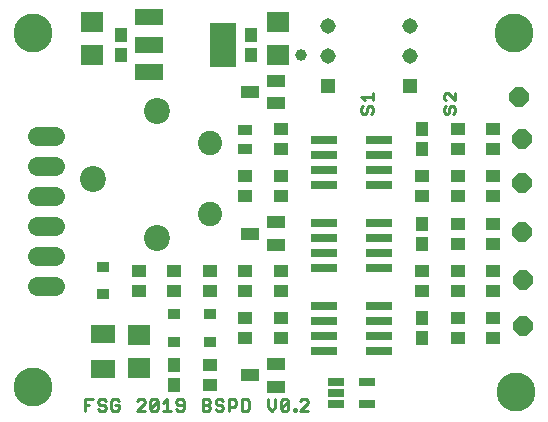
<source format=gbr>
G04 EAGLE Gerber RS-274X export*
G75*
%MOMM*%
%FSLAX34Y34*%
%LPD*%
%INSoldermask Top*%
%IPPOS*%
%AMOC8*
5,1,8,0,0,1.08239X$1,22.5*%
G01*
%ADD10C,3.300000*%
%ADD11C,0.228600*%
%ADD12R,2.284400X0.658800*%
%ADD13R,1.200000X1.100000*%
%ADD14R,1.100000X1.200000*%
%ADD15R,1.900000X1.700000*%
%ADD16R,2.335200X1.319200*%
%ADD17R,2.300000X3.700000*%
%ADD18R,1.370000X0.658800*%
%ADD19R,1.000000X0.900000*%
%ADD20C,2.200000*%
%ADD21C,2.050000*%
%ADD22R,1.300000X0.900000*%
%ADD23R,1.500000X1.100000*%
%ADD24C,1.308000*%
%ADD25R,1.308000X1.308000*%
%ADD26R,2.100000X1.600000*%
%ADD27C,1.624000*%
%ADD28P,1.757801X8X22.500000*%
%ADD29C,1.000000*%


D10*
X30000Y330000D03*
X30000Y30000D03*
X439000Y26000D03*
X438000Y330000D03*
D11*
X74460Y19865D02*
X74460Y10143D01*
X74460Y19865D02*
X80942Y19865D01*
X77701Y15004D02*
X74460Y15004D01*
X90371Y19865D02*
X91991Y18245D01*
X90371Y19865D02*
X87130Y19865D01*
X85510Y18245D01*
X85510Y16625D01*
X87130Y15004D01*
X90371Y15004D01*
X91991Y13384D01*
X91991Y11763D01*
X90371Y10143D01*
X87130Y10143D01*
X85510Y11763D01*
X101420Y19865D02*
X103041Y18245D01*
X101420Y19865D02*
X98180Y19865D01*
X96559Y18245D01*
X96559Y11763D01*
X98180Y10143D01*
X101420Y10143D01*
X103041Y11763D01*
X103041Y15004D01*
X99800Y15004D01*
X118658Y10143D02*
X125140Y10143D01*
X118658Y10143D02*
X125140Y16625D01*
X125140Y18245D01*
X123519Y19865D01*
X120279Y19865D01*
X118658Y18245D01*
X129708Y18245D02*
X129708Y11763D01*
X129708Y18245D02*
X131328Y19865D01*
X134569Y19865D01*
X136189Y18245D01*
X136189Y11763D01*
X134569Y10143D01*
X131328Y10143D01*
X129708Y11763D01*
X136189Y18245D01*
X140757Y16625D02*
X143998Y19865D01*
X143998Y10143D01*
X140757Y10143D02*
X147239Y10143D01*
X151806Y11763D02*
X153427Y10143D01*
X156668Y10143D01*
X158288Y11763D01*
X158288Y18245D01*
X156668Y19865D01*
X153427Y19865D01*
X151806Y18245D01*
X151806Y16625D01*
X153427Y15004D01*
X158288Y15004D01*
X173905Y10143D02*
X173905Y19865D01*
X178766Y19865D01*
X180387Y18245D01*
X180387Y16625D01*
X178766Y15004D01*
X180387Y13384D01*
X180387Y11763D01*
X178766Y10143D01*
X173905Y10143D01*
X173905Y15004D02*
X178766Y15004D01*
X189816Y19865D02*
X191436Y18245D01*
X189816Y19865D02*
X186575Y19865D01*
X184955Y18245D01*
X184955Y16625D01*
X186575Y15004D01*
X189816Y15004D01*
X191436Y13384D01*
X191436Y11763D01*
X189816Y10143D01*
X186575Y10143D01*
X184955Y11763D01*
X196004Y10143D02*
X196004Y19865D01*
X200865Y19865D01*
X202486Y18245D01*
X202486Y15004D01*
X200865Y13384D01*
X196004Y13384D01*
X207054Y10143D02*
X207054Y19865D01*
X207054Y10143D02*
X211915Y10143D01*
X213535Y11763D01*
X213535Y18245D01*
X211915Y19865D01*
X207054Y19865D01*
X229153Y19865D02*
X229153Y13384D01*
X232393Y10143D01*
X235634Y13384D01*
X235634Y19865D01*
X240202Y18245D02*
X240202Y11763D01*
X240202Y18245D02*
X241822Y19865D01*
X245063Y19865D01*
X246683Y18245D01*
X246683Y11763D01*
X245063Y10143D01*
X241822Y10143D01*
X240202Y11763D01*
X246683Y18245D01*
X251251Y11763D02*
X251251Y10143D01*
X251251Y11763D02*
X252872Y11763D01*
X252872Y10143D01*
X251251Y10143D01*
X256776Y10143D02*
X263258Y10143D01*
X256776Y10143D02*
X263258Y16625D01*
X263258Y18245D01*
X261637Y19865D01*
X258396Y19865D01*
X256776Y18245D01*
X308135Y266504D02*
X309755Y268125D01*
X308135Y266504D02*
X308135Y263263D01*
X309755Y261643D01*
X311375Y261643D01*
X312996Y263263D01*
X312996Y266504D01*
X314616Y268125D01*
X316237Y268125D01*
X317857Y266504D01*
X317857Y263263D01*
X316237Y261643D01*
X311375Y272692D02*
X308135Y275933D01*
X317857Y275933D01*
X317857Y272692D02*
X317857Y279174D01*
X378135Y266504D02*
X379755Y268125D01*
X378135Y266504D02*
X378135Y263263D01*
X379755Y261643D01*
X381375Y261643D01*
X382996Y263263D01*
X382996Y266504D01*
X384616Y268125D01*
X386237Y268125D01*
X387857Y266504D01*
X387857Y263263D01*
X386237Y261643D01*
X387857Y272692D02*
X387857Y279174D01*
X387857Y272692D02*
X381375Y279174D01*
X379755Y279174D01*
X378135Y277554D01*
X378135Y274313D01*
X379755Y272692D01*
D12*
X276378Y239050D03*
X276378Y226350D03*
X276378Y213650D03*
X276378Y200950D03*
X323622Y200950D03*
X323622Y213650D03*
X323622Y226350D03*
X323622Y239050D03*
D13*
X360000Y208500D03*
X360000Y191500D03*
X390000Y191500D03*
X390000Y208500D03*
D14*
X360000Y231500D03*
X360000Y248500D03*
D13*
X390000Y248500D03*
X390000Y231500D03*
D12*
X276378Y169050D03*
X276378Y156350D03*
X276378Y143650D03*
X276378Y130950D03*
X323622Y130950D03*
X323622Y143650D03*
X323622Y156350D03*
X323622Y169050D03*
D13*
X360000Y128500D03*
X360000Y111500D03*
X390000Y111500D03*
X390000Y128500D03*
D14*
X360000Y151500D03*
X360000Y168500D03*
D13*
X390000Y168500D03*
X390000Y151500D03*
X180000Y128500D03*
X180000Y111500D03*
X150000Y128500D03*
X150000Y111500D03*
D14*
X105000Y311500D03*
X105000Y328500D03*
D15*
X238000Y311000D03*
X238000Y339000D03*
D14*
X215000Y328500D03*
X215000Y311500D03*
D15*
X80000Y311000D03*
X80000Y339000D03*
D16*
X129012Y343114D03*
X129012Y320000D03*
X129012Y296886D03*
D17*
X190990Y320000D03*
D18*
X287046Y34398D03*
X287046Y25000D03*
X287046Y15602D03*
X312954Y15602D03*
X312954Y34398D03*
D13*
X420000Y191500D03*
X420000Y208500D03*
X420000Y248500D03*
X420000Y231500D03*
D19*
X150000Y68500D03*
X150000Y91500D03*
X90000Y108500D03*
X90000Y131500D03*
X180000Y68500D03*
X180000Y91500D03*
D20*
X135000Y156500D03*
X135000Y263500D03*
D21*
X180000Y176500D03*
X180000Y236500D03*
D20*
X81000Y206500D03*
D22*
X210000Y232000D03*
X210000Y248000D03*
D23*
X236000Y270500D03*
X236000Y289500D03*
X214000Y280000D03*
D24*
X280000Y335400D03*
X280000Y310000D03*
D25*
X280000Y284600D03*
D24*
X350000Y335400D03*
X350000Y310000D03*
D25*
X350000Y284600D03*
D12*
X276378Y99050D03*
X276378Y86350D03*
X276378Y73650D03*
X276378Y60950D03*
X323622Y60950D03*
X323622Y73650D03*
X323622Y86350D03*
X323622Y99050D03*
D15*
X120000Y74000D03*
X120000Y46000D03*
D13*
X390000Y88500D03*
X390000Y71500D03*
X240000Y71500D03*
X240000Y88500D03*
X420000Y111500D03*
X420000Y128500D03*
X420000Y71500D03*
X420000Y88500D03*
X210000Y88500D03*
X210000Y71500D03*
X420000Y151500D03*
X420000Y168500D03*
X210000Y208500D03*
X210000Y191500D03*
D26*
X90000Y45000D03*
X90000Y75000D03*
D13*
X240000Y128500D03*
X240000Y111500D03*
X240000Y248500D03*
X240000Y231500D03*
D23*
X236000Y150500D03*
X236000Y169500D03*
X214000Y160000D03*
D14*
X360000Y71500D03*
X360000Y88500D03*
D13*
X240000Y208500D03*
X240000Y191500D03*
X120000Y111500D03*
X120000Y128500D03*
X210000Y111500D03*
X210000Y128500D03*
D23*
X236000Y30500D03*
X236000Y49500D03*
X214000Y40000D03*
D14*
X150000Y48500D03*
X150000Y31500D03*
D13*
X180000Y48500D03*
X180000Y31500D03*
D27*
X48620Y115500D02*
X33380Y115500D01*
X33380Y140900D02*
X48620Y140900D01*
X48620Y166300D02*
X33380Y166300D01*
X33380Y191700D02*
X48620Y191700D01*
X48620Y217100D02*
X33380Y217100D01*
X33380Y242500D02*
X48620Y242500D01*
D28*
X445000Y121000D03*
X444000Y161000D03*
X445000Y82000D03*
X444000Y203000D03*
X444000Y240000D03*
X442000Y276000D03*
D29*
X257000Y311000D03*
M02*

</source>
